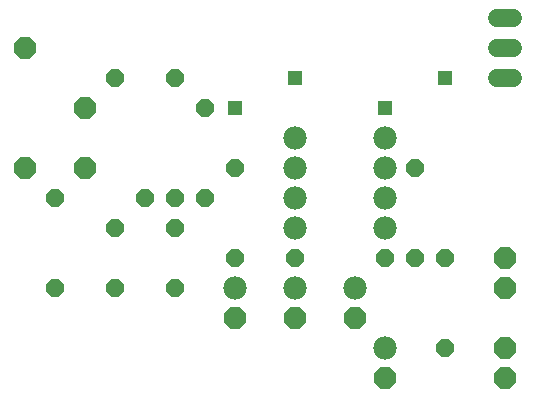
<source format=gts>
G75*
%MOIN*%
%OFA0B0*%
%FSLAX25Y25*%
%IPPOS*%
%LPD*%
%AMOC8*
5,1,8,0,0,1.08239X$1,22.5*
%
%ADD10OC8,0.07400*%
%ADD11OC8,0.07296*%
%ADD12OC8,0.06000*%
%ADD13OC8,0.07100*%
%ADD14C,0.07800*%
%ADD15C,0.06000*%
%ADD16OC8,0.05950*%
%ADD17R,0.04762X0.04762*%
D10*
X0039439Y0165939D03*
X0199439Y0095939D03*
X0199439Y0085939D03*
X0199439Y0065939D03*
X0199439Y0055939D03*
D11*
X0059439Y0125939D03*
X0039439Y0125939D03*
X0059439Y0145939D03*
D12*
X0049439Y0085939D03*
X0069439Y0085939D03*
X0069439Y0105939D03*
X0089439Y0105939D03*
X0089439Y0115939D03*
X0099439Y0115939D03*
X0109439Y0125939D03*
X0099439Y0145939D03*
X0089439Y0155939D03*
X0049439Y0115939D03*
X0089439Y0085939D03*
X0109439Y0095939D03*
X0129439Y0095939D03*
X0159439Y0095939D03*
X0169439Y0095939D03*
X0179439Y0095939D03*
X0179439Y0065939D03*
X0169439Y0125939D03*
D13*
X0149439Y0075939D03*
X0129439Y0075939D03*
X0109439Y0075939D03*
X0159439Y0055939D03*
D14*
X0159439Y0065939D03*
X0149439Y0085939D03*
X0129439Y0085939D03*
X0129439Y0105939D03*
X0129439Y0115939D03*
X0129439Y0125939D03*
X0129439Y0135939D03*
X0159439Y0135939D03*
X0159439Y0125939D03*
X0159439Y0115939D03*
X0159439Y0105939D03*
X0109439Y0085939D03*
D15*
X0196839Y0155939D02*
X0202039Y0155939D01*
X0202039Y0165939D02*
X0196839Y0165939D01*
X0196839Y0175939D02*
X0202039Y0175939D01*
D16*
X0079439Y0115939D03*
X0069439Y0155939D03*
D17*
X0109439Y0145939D03*
X0129439Y0155939D03*
X0159439Y0145939D03*
X0179439Y0155939D03*
M02*

</source>
